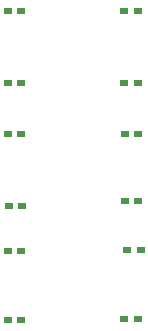
<source format=gbp>
%FSTAX23Y23*%
%MOIN*%
%SFA1B1*%

%IPPOS*%
%ADD71R,0.029530X0.023620*%
%LNdev_board_pcb-1*%
%LPD*%
G54D71*
X03003Y03043D03*
X03048D03*
X03011Y03272D03*
X03057D03*
X0266Y03658D03*
X02615D03*
X02662Y03419D03*
X02617D03*
X0266Y0327D03*
X02615D03*
X0266Y03041D03*
X02615D03*
X03005Y03437D03*
X0305D03*
X03004Y0366D03*
X03049D03*
X03002Y03828D03*
X03047D03*
X03002Y04068D03*
X03047D03*
X0266D03*
X02615D03*
X0266Y03829D03*
X02615D03*
M02*
</source>
